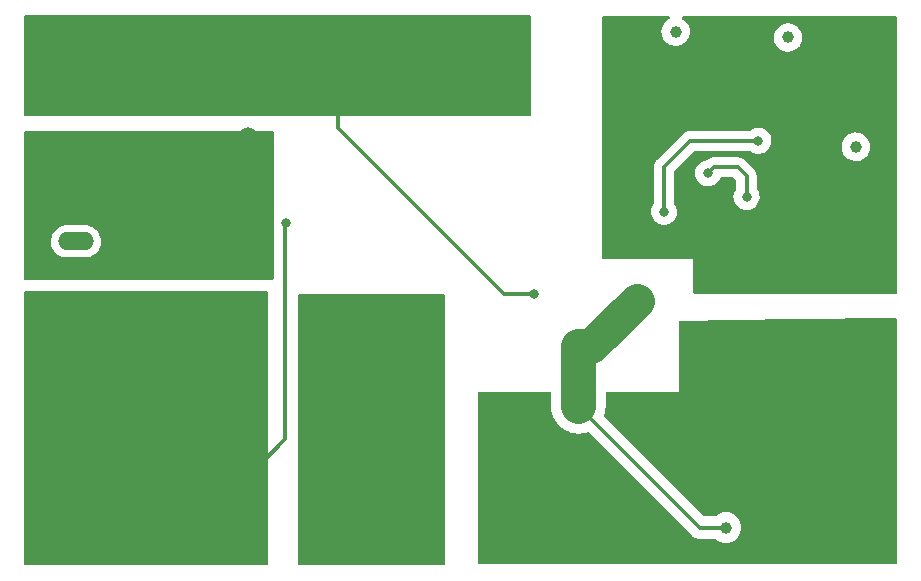
<source format=gtl>
G04 #@! TF.GenerationSoftware,KiCad,Pcbnew,(6.0.11)*
G04 #@! TF.CreationDate,2023-06-14T00:40:10+03:00*
G04 #@! TF.ProjectId,flyback_48V_48W,666c7962-6163-46b5-9f34-38565f343857,rev?*
G04 #@! TF.SameCoordinates,Original*
G04 #@! TF.FileFunction,Copper,L1,Top*
G04 #@! TF.FilePolarity,Positive*
%FSLAX46Y46*%
G04 Gerber Fmt 4.6, Leading zero omitted, Abs format (unit mm)*
G04 Created by KiCad (PCBNEW (6.0.11)) date 2023-06-14 00:40:10*
%MOMM*%
%LPD*%
G01*
G04 APERTURE LIST*
G04 Aperture macros list*
%AMRoundRect*
0 Rectangle with rounded corners*
0 $1 Rounding radius*
0 $2 $3 $4 $5 $6 $7 $8 $9 X,Y pos of 4 corners*
0 Add a 4 corners polygon primitive as box body*
4,1,4,$2,$3,$4,$5,$6,$7,$8,$9,$2,$3,0*
0 Add four circle primitives for the rounded corners*
1,1,$1+$1,$2,$3*
1,1,$1+$1,$4,$5*
1,1,$1+$1,$6,$7*
1,1,$1+$1,$8,$9*
0 Add four rect primitives between the rounded corners*
20,1,$1+$1,$2,$3,$4,$5,0*
20,1,$1+$1,$4,$5,$6,$7,0*
20,1,$1+$1,$6,$7,$8,$9,0*
20,1,$1+$1,$8,$9,$2,$3,0*%
G04 Aperture macros list end*
G04 #@! TA.AperFunction,ComponentPad*
%ADD10C,1.524000*%
G04 #@! TD*
G04 #@! TA.AperFunction,ComponentPad*
%ADD11C,3.800000*%
G04 #@! TD*
G04 #@! TA.AperFunction,ComponentPad*
%ADD12O,3.048000X1.524000*%
G04 #@! TD*
G04 #@! TA.AperFunction,SMDPad,CuDef*
%ADD13RoundRect,0.249999X-0.450001X-1.425001X0.450001X-1.425001X0.450001X1.425001X-0.450001X1.425001X0*%
G04 #@! TD*
G04 #@! TA.AperFunction,ComponentPad*
%ADD14R,2.000000X2.000000*%
G04 #@! TD*
G04 #@! TA.AperFunction,ComponentPad*
%ADD15O,2.000000X2.000000*%
G04 #@! TD*
G04 #@! TA.AperFunction,ComponentPad*
%ADD16R,1.200000X1.200000*%
G04 #@! TD*
G04 #@! TA.AperFunction,ComponentPad*
%ADD17C,1.200000*%
G04 #@! TD*
G04 #@! TA.AperFunction,ComponentPad*
%ADD18C,1.000000*%
G04 #@! TD*
G04 #@! TA.AperFunction,ViaPad*
%ADD19C,0.800000*%
G04 #@! TD*
G04 #@! TA.AperFunction,Conductor*
%ADD20C,0.300000*%
G04 #@! TD*
G04 #@! TA.AperFunction,Conductor*
%ADD21C,3.000000*%
G04 #@! TD*
G04 APERTURE END LIST*
D10*
X148270000Y-70730000D03*
X148270000Y-65650000D03*
X145730000Y-73270000D03*
X140650000Y-73270000D03*
X120330000Y-52950000D03*
X120330000Y-47870000D03*
X122870000Y-45330000D03*
X127950000Y-45330000D03*
D11*
X133500000Y-78750000D03*
D12*
X105725000Y-61840000D03*
X105725000Y-56760000D03*
X105725000Y-59300000D03*
D11*
X171500000Y-42750000D03*
D13*
X120350000Y-76600000D03*
X126450000Y-76600000D03*
D14*
X153189500Y-56710000D03*
D15*
X153189500Y-61790000D03*
D16*
X170180000Y-60500000D03*
D17*
X170180000Y-65500000D03*
D11*
X170500000Y-75750000D03*
D18*
X117400000Y-78200000D03*
D13*
X120250000Y-81300000D03*
X126350000Y-81300000D03*
D18*
X160750000Y-81000000D03*
D11*
X123952000Y-39624000D03*
D18*
X171750000Y-48750000D03*
X166000000Y-39500000D03*
X156500000Y-39000000D03*
X117602000Y-53086000D03*
D19*
X144532000Y-61214000D03*
X162500000Y-53000000D03*
X159250000Y-51000000D03*
X163500000Y-48250000D03*
X155500000Y-54250000D03*
X123500000Y-55250000D03*
D20*
X158540000Y-81000000D02*
X148270000Y-70730000D01*
X160750000Y-81000000D02*
X158540000Y-81000000D01*
D21*
X148270000Y-65650000D02*
X148270000Y-70730000D01*
D20*
X144532000Y-61214000D02*
X141986000Y-61214000D01*
X141986000Y-61214000D02*
X127950000Y-47178000D01*
X127950000Y-47178000D02*
X127950000Y-45330000D01*
X162500000Y-53000000D02*
X162500000Y-51250000D01*
X161750000Y-50500000D02*
X159750000Y-50500000D01*
X162500000Y-51250000D02*
X161750000Y-50500000D01*
X159750000Y-50500000D02*
X159250000Y-51000000D01*
D21*
X148270000Y-65650000D02*
X149329500Y-65650000D01*
X149329500Y-65650000D02*
X153189500Y-61790000D01*
D20*
X157750000Y-48250000D02*
X163500000Y-48250000D01*
X155500000Y-50500000D02*
X157750000Y-48250000D01*
X155500000Y-54250000D02*
X155500000Y-50500000D01*
X123444000Y-55306000D02*
X123444000Y-73506000D01*
X123444000Y-73506000D02*
X120350000Y-76600000D01*
X123500000Y-55250000D02*
X123444000Y-55306000D01*
G04 #@! TA.AperFunction,Conductor*
G36*
X122442121Y-47434002D02*
G01*
X122488614Y-47487658D01*
X122500000Y-47540000D01*
X122500000Y-55182174D01*
X122499215Y-55196219D01*
X122494757Y-55235963D01*
X122495273Y-55242107D01*
X122499558Y-55293137D01*
X122500000Y-55303680D01*
X122500000Y-59878000D01*
X122479998Y-59946121D01*
X122426342Y-59992614D01*
X122374000Y-60004000D01*
X101426500Y-60004000D01*
X101358379Y-59983998D01*
X101311886Y-59930342D01*
X101300500Y-59878000D01*
X101300500Y-56695585D01*
X103597092Y-56695585D01*
X103605767Y-56926647D01*
X103606862Y-56931865D01*
X103633483Y-57058738D01*
X103653249Y-57152944D01*
X103738180Y-57368006D01*
X103858134Y-57565682D01*
X104009678Y-57740322D01*
X104013809Y-57743709D01*
X104184353Y-57883548D01*
X104184359Y-57883552D01*
X104188481Y-57886932D01*
X104193117Y-57889571D01*
X104193120Y-57889573D01*
X104302497Y-57951834D01*
X104389430Y-58001319D01*
X104606779Y-58080212D01*
X104612028Y-58081161D01*
X104612031Y-58081162D01*
X104830230Y-58120619D01*
X104830238Y-58120620D01*
X104834314Y-58121357D01*
X104852098Y-58122196D01*
X104857062Y-58122430D01*
X104857069Y-58122430D01*
X104858550Y-58122500D01*
X106545056Y-58122500D01*
X106717397Y-58107877D01*
X106722561Y-58106537D01*
X106722565Y-58106536D01*
X106936043Y-58051127D01*
X106936042Y-58051127D01*
X106941206Y-58049787D01*
X107152028Y-57954819D01*
X107343834Y-57825687D01*
X107511142Y-57666084D01*
X107649165Y-57480573D01*
X107753959Y-57274459D01*
X107793314Y-57147717D01*
X107820943Y-57058738D01*
X107820944Y-57058732D01*
X107822527Y-57053635D01*
X107852908Y-56824415D01*
X107844233Y-56593353D01*
X107817588Y-56466365D01*
X107797848Y-56372283D01*
X107797847Y-56372280D01*
X107796751Y-56367056D01*
X107711820Y-56151994D01*
X107591866Y-55954318D01*
X107483565Y-55829511D01*
X107443822Y-55783711D01*
X107443820Y-55783709D01*
X107440322Y-55779678D01*
X107340702Y-55697994D01*
X107265647Y-55636452D01*
X107265641Y-55636448D01*
X107261519Y-55633068D01*
X107256883Y-55630429D01*
X107256880Y-55630427D01*
X107065213Y-55521324D01*
X107060570Y-55518681D01*
X106843221Y-55439788D01*
X106837972Y-55438839D01*
X106837969Y-55438838D01*
X106619770Y-55399381D01*
X106619762Y-55399380D01*
X106615686Y-55398643D01*
X106597902Y-55397804D01*
X106592938Y-55397570D01*
X106592931Y-55397570D01*
X106591450Y-55397500D01*
X104904944Y-55397500D01*
X104732603Y-55412123D01*
X104727439Y-55413463D01*
X104727435Y-55413464D01*
X104626015Y-55439788D01*
X104508794Y-55470213D01*
X104297972Y-55565181D01*
X104106166Y-55694313D01*
X103938858Y-55853916D01*
X103800835Y-56039427D01*
X103696041Y-56245541D01*
X103661757Y-56355953D01*
X103629057Y-56461262D01*
X103629056Y-56461268D01*
X103627473Y-56466365D01*
X103597092Y-56695585D01*
X101300500Y-56695585D01*
X101300500Y-47540000D01*
X101320502Y-47471879D01*
X101374158Y-47425386D01*
X101426500Y-47414000D01*
X122374000Y-47414000D01*
X122442121Y-47434002D01*
G37*
G04 #@! TD.AperFunction*
G04 #@! TA.AperFunction,Conductor*
G36*
X121942121Y-61016002D02*
G01*
X121988614Y-61069658D01*
X122000000Y-61122000D01*
X122000000Y-84073500D01*
X121979998Y-84141621D01*
X121926342Y-84188114D01*
X121874000Y-84199500D01*
X101426500Y-84199500D01*
X101358379Y-84179498D01*
X101311886Y-84125842D01*
X101300500Y-84073500D01*
X101300500Y-61122000D01*
X101320502Y-61053879D01*
X101374158Y-61007386D01*
X101426500Y-60996000D01*
X121874000Y-60996000D01*
X121942121Y-61016002D01*
G37*
G04 #@! TD.AperFunction*
G04 #@! TA.AperFunction,Conductor*
G36*
X175190682Y-63270805D02*
G01*
X175237896Y-63323828D01*
X175250000Y-63377714D01*
X175250000Y-83973500D01*
X175229998Y-84041621D01*
X175176342Y-84088114D01*
X175124000Y-84099500D01*
X139864000Y-84099500D01*
X139795879Y-84079498D01*
X139749386Y-84025842D01*
X139738000Y-83973500D01*
X139738000Y-69630000D01*
X139758002Y-69561879D01*
X139811658Y-69515386D01*
X139864000Y-69504000D01*
X145843500Y-69504000D01*
X145911621Y-69524002D01*
X145958114Y-69577658D01*
X145969500Y-69630000D01*
X145969500Y-70805310D01*
X145984287Y-71030920D01*
X146043120Y-71326691D01*
X146044447Y-71330599D01*
X146044448Y-71330604D01*
X146115595Y-71540195D01*
X146140055Y-71612252D01*
X146273434Y-71882718D01*
X146440975Y-72133461D01*
X146443689Y-72136555D01*
X146443693Y-72136561D01*
X146637102Y-72357100D01*
X146639811Y-72360189D01*
X146642900Y-72362898D01*
X146863439Y-72556307D01*
X146863445Y-72556311D01*
X146866539Y-72559025D01*
X146869965Y-72561314D01*
X146869970Y-72561318D01*
X147057533Y-72686643D01*
X147117282Y-72726566D01*
X147120981Y-72728390D01*
X147120986Y-72728393D01*
X147259834Y-72796865D01*
X147387748Y-72859945D01*
X147391653Y-72861271D01*
X147391654Y-72861271D01*
X147669396Y-72955552D01*
X147669400Y-72955553D01*
X147673309Y-72956880D01*
X147677353Y-72957684D01*
X147677359Y-72957686D01*
X147965041Y-73014910D01*
X147965047Y-73014911D01*
X147969080Y-73015713D01*
X147973185Y-73015982D01*
X147973192Y-73015983D01*
X148265881Y-73035166D01*
X148270000Y-73035436D01*
X148274119Y-73035166D01*
X148566808Y-73015983D01*
X148566815Y-73015982D01*
X148570920Y-73015713D01*
X148574953Y-73014911D01*
X148574959Y-73014910D01*
X148862641Y-72957686D01*
X148862647Y-72957684D01*
X148866691Y-72956880D01*
X149006003Y-72909590D01*
X149076936Y-72906634D01*
X149135598Y-72939808D01*
X157856979Y-81661189D01*
X157859431Y-81663710D01*
X157915721Y-81723235D01*
X157920950Y-81726896D01*
X157920953Y-81726899D01*
X157962475Y-81755973D01*
X157969839Y-81761543D01*
X158009120Y-81793579D01*
X158014069Y-81797615D01*
X158037950Y-81810100D01*
X158051832Y-81818540D01*
X158073898Y-81833991D01*
X158126293Y-81856664D01*
X158134591Y-81860622D01*
X158185194Y-81887077D01*
X158191333Y-81888837D01*
X158191332Y-81888837D01*
X158211087Y-81894502D01*
X158226400Y-81899985D01*
X158245255Y-81908145D01*
X158245262Y-81908147D01*
X158251115Y-81910680D01*
X158257363Y-81911985D01*
X158257362Y-81911985D01*
X158306974Y-81922350D01*
X158315937Y-81924568D01*
X158370812Y-81940303D01*
X158397680Y-81942370D01*
X158413772Y-81944661D01*
X158427892Y-81947611D01*
X158435388Y-81949177D01*
X158435391Y-81949177D01*
X158440133Y-81950168D01*
X158446468Y-81950500D01*
X158498493Y-81950500D01*
X158508159Y-81950871D01*
X158556982Y-81954628D01*
X158556986Y-81954628D01*
X158563342Y-81955117D01*
X158592020Y-81951494D01*
X158607813Y-81950500D01*
X159809124Y-81950500D01*
X159877245Y-81970502D01*
X159898219Y-81987405D01*
X159910861Y-82000047D01*
X160097266Y-82130568D01*
X160102244Y-82132889D01*
X160102247Y-82132891D01*
X160298522Y-82224416D01*
X160303504Y-82226739D01*
X160308812Y-82228161D01*
X160308814Y-82228162D01*
X160517993Y-82284211D01*
X160517995Y-82284211D01*
X160523308Y-82285635D01*
X160750000Y-82305468D01*
X160976692Y-82285635D01*
X160982005Y-82284211D01*
X160982007Y-82284211D01*
X161191186Y-82228162D01*
X161191188Y-82228161D01*
X161196496Y-82226739D01*
X161201478Y-82224416D01*
X161397753Y-82132891D01*
X161397756Y-82132889D01*
X161402734Y-82130568D01*
X161589139Y-82000047D01*
X161750047Y-81839139D01*
X161880568Y-81652734D01*
X161976739Y-81446496D01*
X162035635Y-81226692D01*
X162055468Y-81000000D01*
X162035635Y-80773308D01*
X161976739Y-80553504D01*
X161880568Y-80347266D01*
X161750047Y-80160861D01*
X161589139Y-79999953D01*
X161402734Y-79869432D01*
X161397756Y-79867111D01*
X161397753Y-79867109D01*
X161201478Y-79775584D01*
X161201476Y-79775583D01*
X161196496Y-79773261D01*
X161191188Y-79771839D01*
X161191186Y-79771838D01*
X160982007Y-79715789D01*
X160982005Y-79715789D01*
X160976692Y-79714365D01*
X160750000Y-79694532D01*
X160523308Y-79714365D01*
X160517995Y-79715789D01*
X160517993Y-79715789D01*
X160308814Y-79771838D01*
X160308812Y-79771839D01*
X160303504Y-79773261D01*
X160298524Y-79775583D01*
X160298522Y-79775584D01*
X160102247Y-79867109D01*
X160102244Y-79867111D01*
X160097266Y-79869432D01*
X159910861Y-79999953D01*
X159898219Y-80012595D01*
X159835907Y-80046621D01*
X159809124Y-80049500D01*
X158985900Y-80049500D01*
X158917779Y-80029498D01*
X158896805Y-80012595D01*
X150479808Y-71595598D01*
X150445782Y-71533286D01*
X150449590Y-71466003D01*
X150496880Y-71326691D01*
X150555713Y-71030920D01*
X150570500Y-70805310D01*
X150570500Y-69630000D01*
X150590502Y-69561879D01*
X150644158Y-69515386D01*
X150696500Y-69504000D01*
X156750000Y-69504000D01*
X156750000Y-63624308D01*
X156770002Y-63556187D01*
X156823658Y-63509694D01*
X156874296Y-63498320D01*
X166413024Y-63369419D01*
X175122297Y-63251726D01*
X175190682Y-63270805D01*
G37*
G04 #@! TD.AperFunction*
G04 #@! TA.AperFunction,Conductor*
G36*
X144192121Y-37620502D02*
G01*
X144238614Y-37674158D01*
X144250000Y-37726500D01*
X144250000Y-46020000D01*
X144229998Y-46088121D01*
X144176342Y-46134614D01*
X144124000Y-46146000D01*
X101426500Y-46146000D01*
X101358379Y-46125998D01*
X101311886Y-46072342D01*
X101300500Y-46020000D01*
X101300500Y-37726500D01*
X101320502Y-37658379D01*
X101374158Y-37611886D01*
X101426500Y-37600500D01*
X144124000Y-37600500D01*
X144192121Y-37620502D01*
G37*
G04 #@! TD.AperFunction*
G04 #@! TA.AperFunction,Conductor*
G36*
X136942121Y-61270002D02*
G01*
X136988614Y-61323658D01*
X137000000Y-61376000D01*
X137000000Y-84073500D01*
X136979998Y-84141621D01*
X136926342Y-84188114D01*
X136874000Y-84199500D01*
X124626000Y-84199500D01*
X124557879Y-84179498D01*
X124511386Y-84125842D01*
X124500000Y-84073500D01*
X124500000Y-61376000D01*
X124520002Y-61307879D01*
X124573658Y-61261386D01*
X124626000Y-61250000D01*
X136874000Y-61250000D01*
X136942121Y-61270002D01*
G37*
G04 #@! TD.AperFunction*
G04 #@! TA.AperFunction,Conductor*
G36*
X155946028Y-37720502D02*
G01*
X155992521Y-37774158D01*
X156002625Y-37844432D01*
X155973131Y-37909012D01*
X155942331Y-37934784D01*
X155791341Y-38024614D01*
X155625457Y-38170090D01*
X155488863Y-38343360D01*
X155386131Y-38538620D01*
X155320703Y-38749333D01*
X155294770Y-38968440D01*
X155309200Y-39188604D01*
X155310621Y-39194200D01*
X155310622Y-39194205D01*
X155362090Y-39396857D01*
X155363511Y-39402452D01*
X155365928Y-39407694D01*
X155365928Y-39407695D01*
X155404046Y-39490379D01*
X155455883Y-39602821D01*
X155583222Y-39783002D01*
X155741264Y-39936961D01*
X155746060Y-39940166D01*
X155746063Y-39940168D01*
X155828757Y-39995422D01*
X155924717Y-40059540D01*
X155930020Y-40061818D01*
X155930023Y-40061820D01*
X156036433Y-40107537D01*
X156127436Y-40146635D01*
X156207088Y-40164658D01*
X156336995Y-40194054D01*
X156337001Y-40194055D01*
X156342632Y-40195329D01*
X156348403Y-40195556D01*
X156348405Y-40195556D01*
X156416211Y-40198220D01*
X156563098Y-40203991D01*
X156678034Y-40187326D01*
X156775738Y-40173160D01*
X156775743Y-40173159D01*
X156781452Y-40172331D01*
X156786916Y-40170476D01*
X156786921Y-40170475D01*
X156984907Y-40103268D01*
X156984912Y-40103266D01*
X156990379Y-40101410D01*
X157182884Y-39993602D01*
X157299207Y-39896857D01*
X157348086Y-39856204D01*
X157352518Y-39852518D01*
X157416376Y-39775738D01*
X157489908Y-39687326D01*
X157489910Y-39687323D01*
X157493602Y-39682884D01*
X157601410Y-39490379D01*
X157603266Y-39484912D01*
X157603268Y-39484907D01*
X157608858Y-39468440D01*
X164794770Y-39468440D01*
X164809200Y-39688604D01*
X164810621Y-39694200D01*
X164810622Y-39694205D01*
X164834197Y-39787029D01*
X164863511Y-39902452D01*
X164865928Y-39907694D01*
X164865928Y-39907695D01*
X164903829Y-39989908D01*
X164955883Y-40102821D01*
X165083222Y-40283002D01*
X165241264Y-40436961D01*
X165246060Y-40440166D01*
X165246063Y-40440168D01*
X165330261Y-40496427D01*
X165424717Y-40559540D01*
X165430020Y-40561818D01*
X165430023Y-40561820D01*
X165622129Y-40644355D01*
X165627436Y-40646635D01*
X165707088Y-40664658D01*
X165836995Y-40694054D01*
X165837001Y-40694055D01*
X165842632Y-40695329D01*
X165848403Y-40695556D01*
X165848405Y-40695556D01*
X165916211Y-40698220D01*
X166063098Y-40703991D01*
X166172275Y-40688161D01*
X166275738Y-40673160D01*
X166275743Y-40673159D01*
X166281452Y-40672331D01*
X166286916Y-40670476D01*
X166286921Y-40670475D01*
X166484907Y-40603268D01*
X166484912Y-40603266D01*
X166490379Y-40601410D01*
X166682884Y-40493602D01*
X166852518Y-40352518D01*
X166914256Y-40278287D01*
X166989908Y-40187326D01*
X166989910Y-40187323D01*
X166993602Y-40182884D01*
X167101410Y-39990379D01*
X167103266Y-39984912D01*
X167103268Y-39984907D01*
X167170475Y-39786921D01*
X167170476Y-39786916D01*
X167172331Y-39781452D01*
X167173159Y-39775743D01*
X167173160Y-39775738D01*
X167192346Y-39643413D01*
X167203991Y-39563098D01*
X167205643Y-39500000D01*
X167185454Y-39280289D01*
X167159597Y-39188604D01*
X167127134Y-39073500D01*
X167125565Y-39067936D01*
X167027980Y-38870053D01*
X166895967Y-38693267D01*
X166733949Y-38543499D01*
X166547350Y-38425764D01*
X166342421Y-38344006D01*
X166336761Y-38342880D01*
X166336757Y-38342879D01*
X166131691Y-38302089D01*
X166131688Y-38302089D01*
X166126024Y-38300962D01*
X166120249Y-38300886D01*
X166120245Y-38300886D01*
X166009504Y-38299437D01*
X165905406Y-38298074D01*
X165899709Y-38299053D01*
X165899708Y-38299053D01*
X165693654Y-38334459D01*
X165693653Y-38334459D01*
X165687957Y-38335438D01*
X165480957Y-38411804D01*
X165291341Y-38524614D01*
X165125457Y-38670090D01*
X164988863Y-38843360D01*
X164886131Y-39038620D01*
X164820703Y-39249333D01*
X164794770Y-39468440D01*
X157608858Y-39468440D01*
X157670475Y-39286921D01*
X157670476Y-39286916D01*
X157672331Y-39281452D01*
X157673159Y-39275743D01*
X157673160Y-39275738D01*
X157702483Y-39073500D01*
X157703991Y-39063098D01*
X157705643Y-39000000D01*
X157685454Y-38780289D01*
X157625565Y-38567936D01*
X157527980Y-38370053D01*
X157474231Y-38298074D01*
X157399420Y-38197891D01*
X157399420Y-38197890D01*
X157395967Y-38193267D01*
X157233949Y-38043499D01*
X157148197Y-37989393D01*
X157058917Y-37933062D01*
X157011978Y-37879795D01*
X157001289Y-37809608D01*
X157030244Y-37744784D01*
X157089648Y-37705904D01*
X157126152Y-37700500D01*
X175124000Y-37700500D01*
X175192121Y-37720502D01*
X175238614Y-37774158D01*
X175250000Y-37826500D01*
X175250000Y-61124000D01*
X175229998Y-61192121D01*
X175176342Y-61238614D01*
X175124000Y-61250000D01*
X158126000Y-61250000D01*
X158057879Y-61229998D01*
X158011386Y-61176342D01*
X158000000Y-61124000D01*
X158000000Y-58250000D01*
X150376000Y-58250000D01*
X150307879Y-58229998D01*
X150261386Y-58176342D01*
X150250000Y-58124000D01*
X150250000Y-54221069D01*
X154395164Y-54221069D01*
X154408392Y-54422894D01*
X154458178Y-54618928D01*
X154542856Y-54802607D01*
X154659588Y-54967780D01*
X154804466Y-55108913D01*
X154972637Y-55221282D01*
X154977940Y-55223560D01*
X154977943Y-55223562D01*
X155066291Y-55261519D01*
X155158470Y-55301122D01*
X155355740Y-55345760D01*
X155361509Y-55345987D01*
X155361512Y-55345987D01*
X155437683Y-55348979D01*
X155557842Y-55353700D01*
X155644132Y-55341189D01*
X155752286Y-55325508D01*
X155752291Y-55325507D01*
X155758007Y-55324678D01*
X155763479Y-55322820D01*
X155763481Y-55322820D01*
X155944067Y-55261519D01*
X155944069Y-55261518D01*
X155949531Y-55259664D01*
X156126001Y-55160837D01*
X156188433Y-55108913D01*
X156277073Y-55035191D01*
X156281505Y-55031505D01*
X156410837Y-54876001D01*
X156509664Y-54699531D01*
X156574678Y-54508007D01*
X156575507Y-54502291D01*
X156575508Y-54502286D01*
X156603167Y-54311516D01*
X156603700Y-54307842D01*
X156605215Y-54250000D01*
X156586708Y-54048591D01*
X156575730Y-54009664D01*
X156548653Y-53913658D01*
X156531807Y-53853926D01*
X156442351Y-53672527D01*
X156375542Y-53583059D01*
X156350810Y-53516509D01*
X156350500Y-53507670D01*
X156350500Y-50971069D01*
X158145164Y-50971069D01*
X158158392Y-51172894D01*
X158208178Y-51368928D01*
X158292856Y-51552607D01*
X158296189Y-51557323D01*
X158364852Y-51654479D01*
X158409588Y-51717780D01*
X158554466Y-51858913D01*
X158722637Y-51971282D01*
X158727940Y-51973560D01*
X158727943Y-51973562D01*
X158816291Y-52011519D01*
X158908470Y-52051122D01*
X159105740Y-52095760D01*
X159111509Y-52095987D01*
X159111512Y-52095987D01*
X159187683Y-52098979D01*
X159307842Y-52103700D01*
X159394132Y-52091189D01*
X159502286Y-52075508D01*
X159502291Y-52075507D01*
X159508007Y-52074678D01*
X159513479Y-52072820D01*
X159513481Y-52072820D01*
X159694067Y-52011519D01*
X159694069Y-52011518D01*
X159699531Y-52009664D01*
X159876001Y-51910837D01*
X159938433Y-51858913D01*
X160027073Y-51785191D01*
X160031505Y-51781505D01*
X160160837Y-51626001D01*
X160259664Y-51449531D01*
X160264258Y-51435996D01*
X160305096Y-51377922D01*
X160370849Y-51351144D01*
X160383571Y-51350500D01*
X161345521Y-51350500D01*
X161413642Y-51370502D01*
X161434616Y-51387405D01*
X161612595Y-51565384D01*
X161646621Y-51627696D01*
X161649500Y-51654479D01*
X161649500Y-52257437D01*
X161629498Y-52325558D01*
X161622450Y-52335442D01*
X161573089Y-52398057D01*
X161478914Y-52577053D01*
X161418937Y-52770213D01*
X161395164Y-52971069D01*
X161408392Y-53172894D01*
X161458178Y-53368928D01*
X161542856Y-53552607D01*
X161546189Y-53557323D01*
X161627607Y-53672527D01*
X161659588Y-53717780D01*
X161804466Y-53858913D01*
X161972637Y-53971282D01*
X161977940Y-53973560D01*
X161977943Y-53973562D01*
X162066291Y-54011519D01*
X162158470Y-54051122D01*
X162355740Y-54095760D01*
X162361509Y-54095987D01*
X162361512Y-54095987D01*
X162437683Y-54098979D01*
X162557842Y-54103700D01*
X162644132Y-54091189D01*
X162752286Y-54075508D01*
X162752291Y-54075507D01*
X162758007Y-54074678D01*
X162763479Y-54072820D01*
X162763481Y-54072820D01*
X162944067Y-54011519D01*
X162944069Y-54011518D01*
X162949531Y-54009664D01*
X163126001Y-53910837D01*
X163188433Y-53858913D01*
X163277073Y-53785191D01*
X163281505Y-53781505D01*
X163410837Y-53626001D01*
X163509664Y-53449531D01*
X163574678Y-53258007D01*
X163575507Y-53252291D01*
X163575508Y-53252286D01*
X163603167Y-53061516D01*
X163603700Y-53057842D01*
X163605215Y-53000000D01*
X163586708Y-52798591D01*
X163531807Y-52603926D01*
X163442351Y-52422527D01*
X163375542Y-52333059D01*
X163350810Y-52266509D01*
X163350500Y-52257670D01*
X163350500Y-51291062D01*
X163350942Y-51280518D01*
X163354689Y-51235895D01*
X163355260Y-51229098D01*
X163354358Y-51222334D01*
X163344619Y-51149341D01*
X163344249Y-51146287D01*
X163336295Y-51073072D01*
X163336294Y-51073069D01*
X163335558Y-51066291D01*
X163333384Y-51059831D01*
X163332714Y-51056783D01*
X163332633Y-51056322D01*
X163332597Y-51056171D01*
X163332464Y-51055712D01*
X163331722Y-51052693D01*
X163330820Y-51045931D01*
X163328487Y-51039521D01*
X163328486Y-51039517D01*
X163303303Y-50970329D01*
X163302285Y-50967423D01*
X163278795Y-50897623D01*
X163278794Y-50897621D01*
X163276617Y-50891152D01*
X163273100Y-50885298D01*
X163271800Y-50882486D01*
X163271618Y-50882043D01*
X163271542Y-50881884D01*
X163271314Y-50881466D01*
X163269951Y-50878697D01*
X163267618Y-50872285D01*
X163263964Y-50866527D01*
X163263961Y-50866521D01*
X163224510Y-50804356D01*
X163222892Y-50801737D01*
X163184959Y-50738607D01*
X163184958Y-50738605D01*
X163181443Y-50732756D01*
X163176754Y-50727797D01*
X163174872Y-50725318D01*
X163174332Y-50724541D01*
X163171375Y-50720631D01*
X163168602Y-50716262D01*
X163164817Y-50712028D01*
X163111312Y-50658523D01*
X163108859Y-50656001D01*
X163059165Y-50603451D01*
X163059163Y-50603449D01*
X163054476Y-50598493D01*
X163048834Y-50594659D01*
X163043634Y-50590233D01*
X163043977Y-50589830D01*
X163036085Y-50583296D01*
X162380432Y-49927644D01*
X162373289Y-49919876D01*
X162344386Y-49885674D01*
X162339980Y-49880460D01*
X162276062Y-49831591D01*
X162273647Y-49829698D01*
X162268766Y-49825773D01*
X162244584Y-49806330D01*
X162216247Y-49783546D01*
X162216244Y-49783544D01*
X162210927Y-49779269D01*
X162204810Y-49776232D01*
X162202198Y-49774562D01*
X162201804Y-49774286D01*
X162201680Y-49774209D01*
X162201258Y-49773977D01*
X162198605Y-49772370D01*
X162193180Y-49768223D01*
X162120262Y-49734221D01*
X162117495Y-49732890D01*
X162051520Y-49700139D01*
X162051516Y-49700137D01*
X162045407Y-49697105D01*
X162038782Y-49695453D01*
X162035879Y-49694385D01*
X162035427Y-49694197D01*
X162035292Y-49694149D01*
X162034833Y-49694014D01*
X162031892Y-49693013D01*
X162025703Y-49690127D01*
X161993522Y-49682934D01*
X161947169Y-49672573D01*
X161944172Y-49671864D01*
X161872728Y-49654051D01*
X161872727Y-49654051D01*
X161866106Y-49652400D01*
X161859286Y-49652210D01*
X161856208Y-49651788D01*
X161855291Y-49651623D01*
X161850415Y-49650946D01*
X161845363Y-49649817D01*
X161839693Y-49649500D01*
X161764036Y-49649500D01*
X161760518Y-49649451D01*
X161758788Y-49649403D01*
X161681389Y-49647241D01*
X161674683Y-49648520D01*
X161667886Y-49649067D01*
X161667843Y-49648538D01*
X161657637Y-49649500D01*
X159791062Y-49649500D01*
X159780521Y-49649058D01*
X159729098Y-49644740D01*
X159722338Y-49645642D01*
X159722334Y-49645642D01*
X159649341Y-49655381D01*
X159646287Y-49655751D01*
X159573072Y-49663705D01*
X159573069Y-49663706D01*
X159566291Y-49664442D01*
X159559831Y-49666616D01*
X159556783Y-49667286D01*
X159556322Y-49667367D01*
X159556171Y-49667403D01*
X159555712Y-49667536D01*
X159552693Y-49668278D01*
X159545931Y-49669180D01*
X159539521Y-49671513D01*
X159539517Y-49671514D01*
X159470329Y-49696697D01*
X159467423Y-49697715D01*
X159397623Y-49721205D01*
X159397621Y-49721206D01*
X159391152Y-49723383D01*
X159385298Y-49726900D01*
X159382486Y-49728200D01*
X159382043Y-49728382D01*
X159381884Y-49728458D01*
X159381466Y-49728686D01*
X159378697Y-49730049D01*
X159372285Y-49732382D01*
X159366527Y-49736036D01*
X159366521Y-49736039D01*
X159304356Y-49775490D01*
X159301737Y-49777108D01*
X159238607Y-49815041D01*
X159238605Y-49815042D01*
X159232756Y-49818557D01*
X159227797Y-49823246D01*
X159225318Y-49825128D01*
X159224541Y-49825668D01*
X159220628Y-49828627D01*
X159216262Y-49831398D01*
X159212028Y-49835183D01*
X159210766Y-49836445D01*
X159174367Y-49872845D01*
X159106609Y-49907931D01*
X158963949Y-49932444D01*
X158774193Y-50002449D01*
X158769232Y-50005401D01*
X158769231Y-50005401D01*
X158697091Y-50048320D01*
X158600371Y-50105862D01*
X158448305Y-50239220D01*
X158323089Y-50398057D01*
X158228914Y-50577053D01*
X158168937Y-50770213D01*
X158145164Y-50971069D01*
X156350500Y-50971069D01*
X156350500Y-50904479D01*
X156370502Y-50836358D01*
X156387405Y-50815384D01*
X158065384Y-49137405D01*
X158127696Y-49103379D01*
X158154479Y-49100500D01*
X162753653Y-49100500D01*
X162823656Y-49121735D01*
X162972637Y-49221282D01*
X162977940Y-49223560D01*
X162977943Y-49223562D01*
X163066291Y-49261519D01*
X163158470Y-49301122D01*
X163355740Y-49345760D01*
X163361509Y-49345987D01*
X163361512Y-49345987D01*
X163437683Y-49348979D01*
X163557842Y-49353700D01*
X163644132Y-49341189D01*
X163752286Y-49325508D01*
X163752291Y-49325507D01*
X163758007Y-49324678D01*
X163763479Y-49322820D01*
X163763481Y-49322820D01*
X163944067Y-49261519D01*
X163944069Y-49261518D01*
X163949531Y-49259664D01*
X164126001Y-49160837D01*
X164188433Y-49108913D01*
X164277073Y-49035191D01*
X164281505Y-49031505D01*
X164410837Y-48876001D01*
X164499075Y-48718440D01*
X170544770Y-48718440D01*
X170559200Y-48938604D01*
X170560621Y-48944200D01*
X170560622Y-48944205D01*
X170612090Y-49146857D01*
X170613511Y-49152452D01*
X170615928Y-49157694D01*
X170615928Y-49157695D01*
X170654046Y-49240379D01*
X170705883Y-49352821D01*
X170833222Y-49533002D01*
X170991264Y-49686961D01*
X170996060Y-49690166D01*
X170996063Y-49690168D01*
X171122424Y-49774599D01*
X171174717Y-49809540D01*
X171180020Y-49811818D01*
X171180023Y-49811820D01*
X171361853Y-49889940D01*
X171377436Y-49896635D01*
X171436589Y-49910020D01*
X171586995Y-49944054D01*
X171587001Y-49944055D01*
X171592632Y-49945329D01*
X171598403Y-49945556D01*
X171598405Y-49945556D01*
X171666211Y-49948220D01*
X171813098Y-49953991D01*
X171922275Y-49938161D01*
X172025738Y-49923160D01*
X172025743Y-49923159D01*
X172031452Y-49922331D01*
X172036916Y-49920476D01*
X172036921Y-49920475D01*
X172234907Y-49853268D01*
X172234912Y-49853266D01*
X172240379Y-49851410D01*
X172269355Y-49835183D01*
X172369196Y-49779269D01*
X172432884Y-49743602D01*
X172441978Y-49736039D01*
X172598086Y-49606204D01*
X172602518Y-49602518D01*
X172743602Y-49432884D01*
X172851410Y-49240379D01*
X172853266Y-49234912D01*
X172853268Y-49234907D01*
X172920475Y-49036921D01*
X172920476Y-49036916D01*
X172922331Y-49031452D01*
X172923159Y-49025743D01*
X172923160Y-49025738D01*
X172953458Y-48816772D01*
X172953991Y-48813098D01*
X172955643Y-48750000D01*
X172935454Y-48530289D01*
X172927557Y-48502286D01*
X172877134Y-48323500D01*
X172875565Y-48317936D01*
X172777980Y-48120053D01*
X172645967Y-47943267D01*
X172483949Y-47793499D01*
X172297350Y-47675764D01*
X172092421Y-47594006D01*
X172086761Y-47592880D01*
X172086757Y-47592879D01*
X171881691Y-47552089D01*
X171881688Y-47552089D01*
X171876024Y-47550962D01*
X171870249Y-47550886D01*
X171870245Y-47550886D01*
X171759504Y-47549437D01*
X171655406Y-47548074D01*
X171649709Y-47549053D01*
X171649708Y-47549053D01*
X171443654Y-47584459D01*
X171443653Y-47584459D01*
X171437957Y-47585438D01*
X171230957Y-47661804D01*
X171225996Y-47664756D01*
X171225995Y-47664756D01*
X171157518Y-47705496D01*
X171041341Y-47774614D01*
X170875457Y-47920090D01*
X170738863Y-48093360D01*
X170636131Y-48288620D01*
X170570703Y-48499333D01*
X170544770Y-48718440D01*
X164499075Y-48718440D01*
X164509664Y-48699531D01*
X164574678Y-48508007D01*
X164575507Y-48502291D01*
X164575508Y-48502286D01*
X164592809Y-48382956D01*
X164603700Y-48307842D01*
X164605215Y-48250000D01*
X164586708Y-48048591D01*
X164531807Y-47853926D01*
X164458869Y-47706022D01*
X164444906Y-47677708D01*
X164442351Y-47672527D01*
X164378071Y-47586445D01*
X164324788Y-47515091D01*
X164324787Y-47515090D01*
X164321335Y-47510467D01*
X164287068Y-47478791D01*
X164177053Y-47377094D01*
X164177051Y-47377092D01*
X164172812Y-47373174D01*
X164145374Y-47355862D01*
X164006637Y-47268325D01*
X164001757Y-47265246D01*
X163813898Y-47190298D01*
X163615526Y-47150839D01*
X163609752Y-47150763D01*
X163609748Y-47150763D01*
X163507257Y-47149422D01*
X163413286Y-47148192D01*
X163407589Y-47149171D01*
X163407588Y-47149171D01*
X163219646Y-47181465D01*
X163219645Y-47181465D01*
X163213949Y-47182444D01*
X163024193Y-47252449D01*
X162850371Y-47355862D01*
X162836265Y-47368232D01*
X162771864Y-47398108D01*
X162753189Y-47399500D01*
X157791062Y-47399500D01*
X157780521Y-47399058D01*
X157729098Y-47394740D01*
X157722338Y-47395642D01*
X157722334Y-47395642D01*
X157649341Y-47405381D01*
X157646287Y-47405751D01*
X157573072Y-47413705D01*
X157573069Y-47413706D01*
X157566291Y-47414442D01*
X157559831Y-47416616D01*
X157556783Y-47417286D01*
X157556322Y-47417367D01*
X157556171Y-47417403D01*
X157555712Y-47417536D01*
X157552693Y-47418278D01*
X157545931Y-47419180D01*
X157539521Y-47421513D01*
X157539517Y-47421514D01*
X157470329Y-47446697D01*
X157467423Y-47447715D01*
X157397623Y-47471205D01*
X157397621Y-47471206D01*
X157391152Y-47473383D01*
X157385298Y-47476900D01*
X157382486Y-47478200D01*
X157382043Y-47478382D01*
X157381884Y-47478458D01*
X157381466Y-47478686D01*
X157378697Y-47480049D01*
X157372285Y-47482382D01*
X157366527Y-47486036D01*
X157366521Y-47486039D01*
X157304356Y-47525490D01*
X157301737Y-47527108D01*
X157238607Y-47565041D01*
X157238605Y-47565042D01*
X157232756Y-47568557D01*
X157227797Y-47573246D01*
X157225318Y-47575128D01*
X157224546Y-47575665D01*
X157220636Y-47578622D01*
X157216262Y-47581398D01*
X157212029Y-47585183D01*
X157158540Y-47638672D01*
X157156018Y-47641125D01*
X157117333Y-47677708D01*
X157098493Y-47695524D01*
X157094659Y-47701165D01*
X157090233Y-47706366D01*
X157089828Y-47706022D01*
X157083291Y-47713921D01*
X154927650Y-49869562D01*
X154919883Y-49876705D01*
X154880460Y-49910020D01*
X154876313Y-49915444D01*
X154876312Y-49915445D01*
X154831598Y-49973929D01*
X154829705Y-49976345D01*
X154779269Y-50039073D01*
X154776232Y-50045190D01*
X154774562Y-50047802D01*
X154774286Y-50048196D01*
X154774209Y-50048320D01*
X154773977Y-50048742D01*
X154772370Y-50051395D01*
X154768223Y-50056820D01*
X154765338Y-50063008D01*
X154734225Y-50129730D01*
X154732890Y-50132505D01*
X154700139Y-50198480D01*
X154700137Y-50198484D01*
X154697105Y-50204593D01*
X154695453Y-50211218D01*
X154694385Y-50214121D01*
X154694197Y-50214573D01*
X154694149Y-50214708D01*
X154694014Y-50215167D01*
X154693013Y-50218108D01*
X154690127Y-50224297D01*
X154686791Y-50239220D01*
X154672573Y-50302831D01*
X154671864Y-50305828D01*
X154654051Y-50377272D01*
X154652400Y-50383894D01*
X154652210Y-50390714D01*
X154651788Y-50393792D01*
X154651623Y-50394709D01*
X154650946Y-50399585D01*
X154649817Y-50404637D01*
X154649500Y-50410307D01*
X154649500Y-50485964D01*
X154649451Y-50489482D01*
X154647241Y-50568611D01*
X154648520Y-50575317D01*
X154649067Y-50582114D01*
X154648538Y-50582157D01*
X154649500Y-50592363D01*
X154649500Y-53507437D01*
X154629498Y-53575558D01*
X154622450Y-53585442D01*
X154573089Y-53648057D01*
X154478914Y-53827053D01*
X154468842Y-53859490D01*
X154421637Y-54011519D01*
X154418937Y-54020213D01*
X154395164Y-54221069D01*
X150250000Y-54221069D01*
X150250000Y-37826500D01*
X150270002Y-37758379D01*
X150323658Y-37711886D01*
X150376000Y-37700500D01*
X155877907Y-37700500D01*
X155946028Y-37720502D01*
G37*
G04 #@! TD.AperFunction*
M02*

</source>
